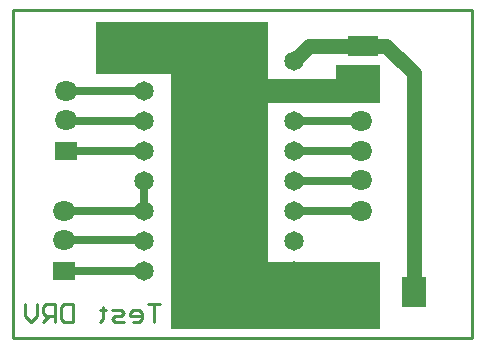
<source format=gbl>
G04 Layer_Physical_Order=2*
G04 Layer_Color=16711680*
%FSAX42Y42*%
%MOMM*%
G71*
G01*
G75*
%ADD10C,0.25*%
%ADD11C,0.64*%
%ADD12C,1.27*%
%ADD13C,1.65*%
%ADD14R,1.65X1.65*%
%ADD15R,2.54X1.78*%
%ADD16O,2.54X1.78*%
%ADD17R,2.00X2.50*%
%ADD18O,1.91X1.65*%
%ADD19R,1.91X1.65*%
G36*
X002160Y002668D02*
X002159Y002667D01*
Y002197D01*
X002731D01*
Y002311D01*
X003111D01*
Y001994D01*
X002159D01*
Y000648D01*
X003111D01*
Y000076D01*
X001334D01*
Y002235D01*
X000699D01*
Y002680D01*
X002155D01*
X002160Y002668D01*
D02*
G37*
D10*
X000000Y002781D02*
X003886D01*
Y000000D02*
Y002781D01*
X000000Y000000D02*
X003886D01*
X000000D02*
Y002781D01*
X001245Y000292D02*
X001143D01*
X001194D01*
Y000140D01*
X001016D02*
X001067D01*
X001092Y000165D01*
Y000216D01*
X001067Y000241D01*
X001016D01*
X000991Y000216D01*
Y000190D01*
X001092D01*
X000940Y000140D02*
X000864D01*
X000838Y000165D01*
X000864Y000190D01*
X000915D01*
X000940Y000216D01*
X000915Y000241D01*
X000838D01*
X000762Y000267D02*
Y000241D01*
X000788D01*
X000737D01*
X000762D01*
Y000165D01*
X000737Y000140D01*
X000508Y000292D02*
Y000140D01*
X000432D01*
X000407Y000165D01*
Y000267D01*
X000432Y000292D01*
X000508D01*
X000356Y000140D02*
Y000292D01*
X000280D01*
X000254Y000267D01*
Y000216D01*
X000280Y000190D01*
X000356D01*
X000305D02*
X000254Y000140D01*
X000204Y000292D02*
Y000190D01*
X000153Y000140D01*
X000102Y000190D01*
Y000292D01*
D11*
X002007Y000572D02*
X002375D01*
X002007D02*
Y002095D01*
X001816D02*
X002007D01*
X002375D01*
X000432Y000572D02*
X001105D01*
X001102Y000828D02*
X001105Y000826D01*
X000432Y000828D02*
X001102D01*
X001105Y001080D02*
Y001334D01*
X001102Y001077D02*
X001105Y001080D01*
X000432Y001077D02*
X001102D01*
X000445Y001588D02*
X001105D01*
X000445Y001844D02*
X000447Y001842D01*
X001105D01*
X001102Y002093D02*
X001105Y002095D01*
X000445Y002093D02*
X001102D01*
X001562Y002350D02*
X001816Y002095D01*
X001105Y002350D02*
X001562D01*
X002832Y002095D02*
X002959Y002223D01*
X002375Y002095D02*
X002832D01*
X002553Y000394D02*
X002883D01*
X002375Y000572D02*
X002553Y000394D01*
X002375Y001080D02*
X002946D01*
X002375Y001334D02*
X002944D01*
X002375Y001588D02*
X002944D01*
X002375Y001842D02*
X002946D01*
D12*
X002502Y002476D02*
X002959D01*
X002375Y002350D02*
X002502Y002476D01*
X002959D02*
X003162D01*
X003391Y002248D01*
Y000394D02*
Y002248D01*
D13*
X001105Y001588D02*
D03*
X002375D02*
D03*
X001105Y001334D02*
D03*
Y001080D02*
D03*
Y000826D02*
D03*
Y000572D02*
D03*
Y001842D02*
D03*
Y002095D02*
D03*
X002375Y001842D02*
D03*
Y002095D02*
D03*
Y002350D02*
D03*
Y001334D02*
D03*
Y001080D02*
D03*
Y000826D02*
D03*
Y000572D02*
D03*
D14*
X001105Y002350D02*
D03*
D15*
X002959Y002476D02*
D03*
D16*
Y002223D02*
D03*
D17*
X003391Y000394D02*
D03*
X002883D02*
D03*
D18*
X000432Y001077D02*
D03*
Y000828D02*
D03*
X002946Y001842D02*
D03*
Y001585D02*
D03*
Y001336D02*
D03*
Y001080D02*
D03*
X000445Y002093D02*
D03*
Y001844D02*
D03*
D19*
X000432Y000572D02*
D03*
X000445Y001588D02*
D03*
M02*

</source>
